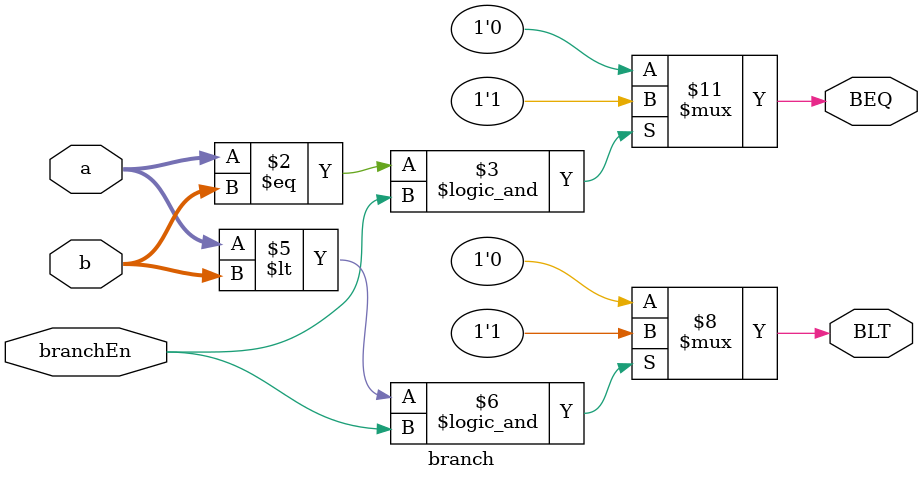
<source format=sv>

module branch #(parameter n =8) ( //8 bit processor
	input logic [n-1:0] a, b, // input operands
	input logic branchEn,
	output logic BEQ, BLT  // comparison result
);
	
// Calculate BEQ and BLT
always_comb
begin

if (a == b && branchEn)
	BEQ = 1'b1;
else
	BEQ = 1'b0;
end

always_comb
begin
if (a < b && branchEn)
	BLT = 1'b1;
else
	BLT = 1'b0;
end


	
endmodule
</source>
